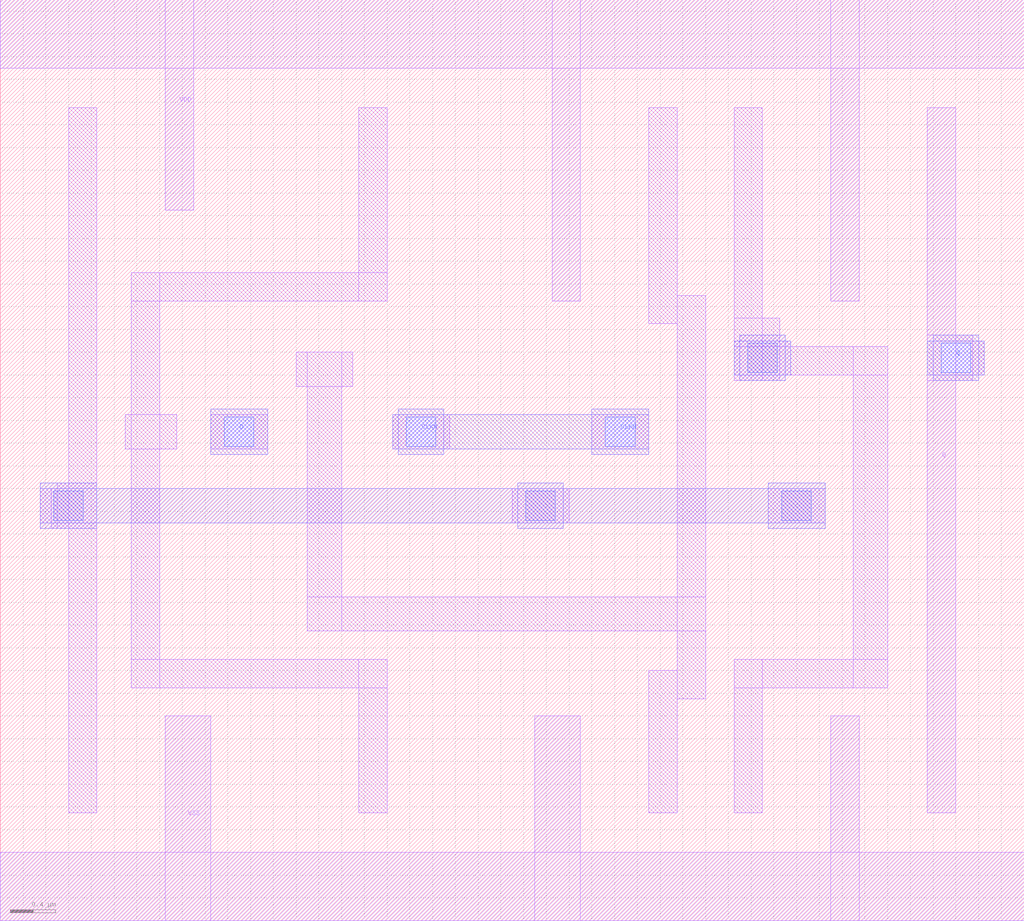
<source format=lef>
# Copyright 2022 Google LLC
# Licensed under the Apache License, Version 2.0 (the "License");
# you may not use this file except in compliance with the License.
# You may obtain a copy of the License at
#
#      http://www.apache.org/licenses/LICENSE-2.0
#
# Unless required by applicable law or agreed to in writing, software
# distributed under the License is distributed on an "AS IS" BASIS,
# WITHOUT WARRANTIES OR CONDITIONS OF ANY KIND, either express or implied.
# See the License for the specific language governing permissions and
# limitations under the License.
VERSION 5.7 ;
BUSBITCHARS "[]" ;
DIVIDERCHAR "/" ;

MACRO gf180mcu_osu_sc_gp12t3v3__dlatn_1
  CLASS CORE ;
  ORIGIN 0 0 ;
  FOREIGN gf180mcu_osu_sc_gp12t3v3__dlatn_1 0 0 ;
  SIZE 9 BY 8.1 ;
  SYMMETRY X Y ;
  SITE GF180_3p3_12t ;
  PIN VDD
    DIRECTION INOUT ;
    USE POWER ;
    SHAPE ABUTMENT ;
    PORT
      LAYER MET1 ;
        RECT 0 7.5 9 8.1 ;
        RECT 7.3 5.45 7.55 8.1 ;
        RECT 4.85 5.45 5.1 8.1 ;
        RECT 1.45 6.25 1.7 8.1 ;
    END
  END VDD
  PIN VSS
    DIRECTION INOUT ;
    USE GROUND ;
    PORT
      LAYER MET1 ;
        RECT 0 0 9 0.6 ;
        RECT 7.3 0 7.55 1.8 ;
        RECT 4.7 0 5.1 1.8 ;
        RECT 1.45 0 1.85 1.8 ;
    END
  END VSS
  PIN CLKN
    DIRECTION INPUT ;
    USE CLOCK ;
    PORT
      LAYER MET1 ;
        RECT 5.2 4.15 5.7 4.45 ;
        RECT 3.45 4.15 3.95 4.45 ;
      LAYER MET2 ;
        RECT 5.2 4.1 5.7 4.5 ;
        RECT 3.45 4.15 5.7 4.45 ;
        RECT 3.5 4.1 3.9 4.5 ;
      LAYER VIA12 ;
        RECT 3.57 4.17 3.83 4.43 ;
        RECT 5.32 4.17 5.58 4.43 ;
    END
  END CLKN
  PIN D
    DIRECTION INPUT ;
    USE SIGNAL ;
    PORT
      LAYER MET1 ;
        RECT 1.85 4.15 2.35 4.45 ;
      LAYER MET2 ;
        RECT 1.85 4.1 2.35 4.5 ;
      LAYER VIA12 ;
        RECT 1.97 4.17 2.23 4.43 ;
    END
  END D
  PIN Q
    DIRECTION OUTPUT ;
    USE SIGNAL ;
    PORT
      LAYER MET1 ;
        RECT 8.15 4.8 8.65 5.1 ;
        RECT 8.15 4.75 8.55 5.15 ;
        RECT 8.15 0.95 8.4 7.15 ;
      LAYER MET2 ;
        RECT 8.15 4.8 8.65 5.1 ;
        RECT 8.2 4.75 8.6 5.15 ;
      LAYER VIA12 ;
        RECT 8.27 4.82 8.53 5.08 ;
    END
  END Q
  OBS
    LAYER MET2 ;
      RECT 6.75 3.45 7.25 3.85 ;
      RECT 4.55 3.45 4.95 3.85 ;
      RECT 0.35 3.45 0.85 3.85 ;
      RECT 0.35 3.5 7.25 3.8 ;
      RECT 6.5 4.75 6.9 5.15 ;
      RECT 6.45 4.8 6.95 5.1 ;
    LAYER VIA12 ;
      RECT 6.87 3.52 7.13 3.78 ;
      RECT 6.57 4.82 6.83 5.08 ;
      RECT 4.62 3.52 4.88 3.78 ;
      RECT 0.47 3.52 0.73 3.78 ;
    LAYER MET1 ;
      RECT 6.45 4.75 6.7 7.15 ;
      RECT 6.45 4.75 6.85 5.3 ;
      RECT 6.45 4.8 6.95 5.1 ;
      RECT 6.45 4.8 7.8 5.05 ;
      RECT 7.5 2.05 7.8 5.05 ;
      RECT 6.45 2.05 7.8 2.3 ;
      RECT 6.45 0.95 6.7 2.3 ;
      RECT 5.7 5.25 5.95 7.15 ;
      RECT 5.95 1.95 6.2 5.5 ;
      RECT 2.6 4.7 3.1 5 ;
      RECT 2.7 2.55 3 5 ;
      RECT 2.7 2.55 6.2 2.85 ;
      RECT 5.7 0.95 5.95 2.2 ;
      RECT 3.15 5.45 3.4 7.15 ;
      RECT 1.15 5.45 3.4 5.7 ;
      RECT 1.15 2.05 1.4 5.7 ;
      RECT 1.1 4.15 1.55 4.45 ;
      RECT 1.15 2.05 3.4 2.3 ;
      RECT 3.15 0.95 3.4 2.3 ;
      RECT 0.6 0.95 0.85 7.15 ;
      RECT 0.5 3.45 0.85 3.85 ;
      RECT 0.35 3.5 0.85 3.8 ;
      RECT 0.45 3.45 0.85 3.8 ;
      RECT 6.75 3.5 7.25 3.8 ;
      RECT 4.5 3.5 5 3.8 ;
  END
END gf180mcu_osu_sc_gp12t3v3__dlatn_1

</source>
